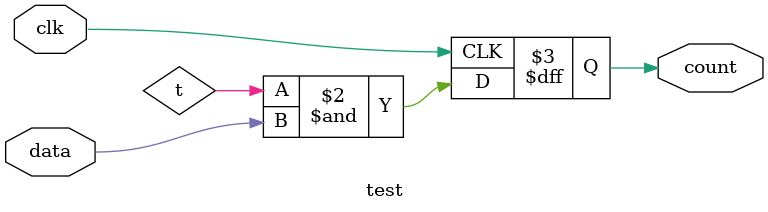
<source format=v>
module test (clk, data, count);
  input clk,data;
  output count;
  reg     count;
  reg     t;
  //initial
  // t = 1;
  //if remove the comment of initial block,
  //warning 27125 on "t" is gone
  always @( posedge clk )begin
    count = t & data; //variable "t" is referenced un-initialized
  end
endmodule


</source>
